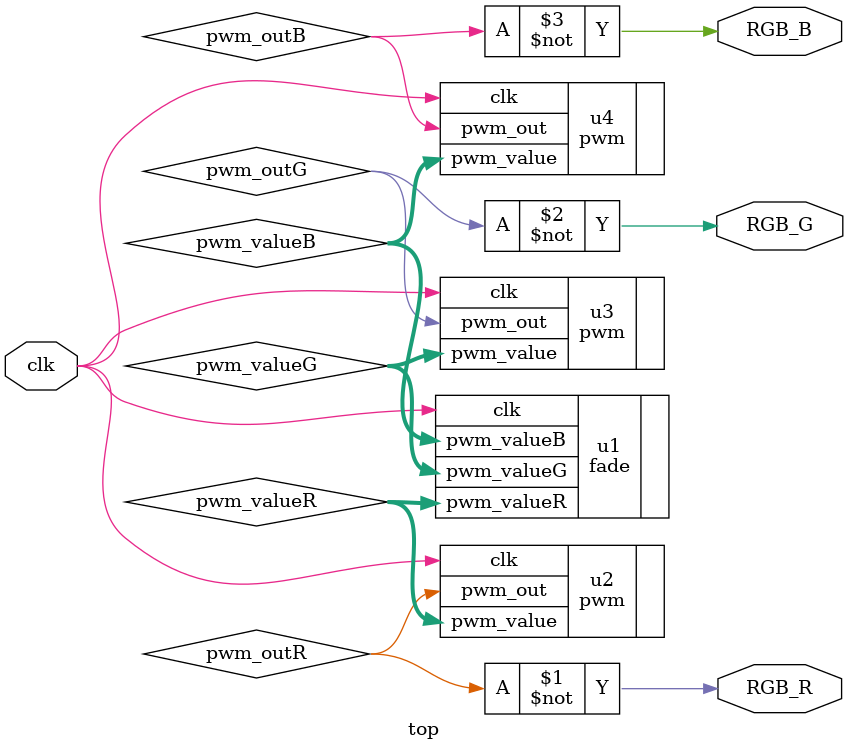
<source format=sv>
`include "fade.sv"
`include "pwm.sv"


module top #(
    parameter PWM_INTERVAL = 1200       // CLK frequency is 12MHz, so 1,200 cycles is 100us
)(
    input logic     clk, 
    output logic    RGB_R,
    output logic    RGB_G,
    output logic    RGB_B,

);

    logic [$clog2(PWM_INTERVAL) - 1:0] pwm_valueR;
    logic [$clog2(PWM_INTERVAL) - 1:0] pwm_valueG;
    logic [$clog2(PWM_INTERVAL) - 1:0] pwm_valueB;

    logic pwm_outR;
    logic pwm_outG;
    logic pwm_outB;


    fade #(
        .PWM_INTERVAL   (PWM_INTERVAL)
    ) u1 (
        .clk            (clk), 
        .pwm_valueR      (pwm_valueR), 
        .pwm_valueG      (pwm_valueG), 
        .pwm_valueB      (pwm_valueB), 
    );

    pwm #(
        .PWM_INTERVAL   (PWM_INTERVAL)
    ) u2 (
        .clk            (clk), 
        .pwm_value      (pwm_valueR), 
        .pwm_out        (pwm_outR)
    );
    pwm #(
        .PWM_INTERVAL   (PWM_INTERVAL)
    ) u3 (
        .clk            (clk), 
        .pwm_value      (pwm_valueG), 
        .pwm_out        (pwm_outG)
    );
   pwm #(
        .PWM_INTERVAL   (PWM_INTERVAL)
    ) u4 (
        .clk            (clk), 
        .pwm_value      (pwm_valueB), 
        .pwm_out        (pwm_outB)
    );

    // IS THIS BECAUSE IT IS ACTIVE LOW?
    assign RGB_R = ~pwm_outR;   
    assign RGB_G = ~pwm_outG;
    assign RGB_B = ~pwm_outB;


endmodule

</source>
